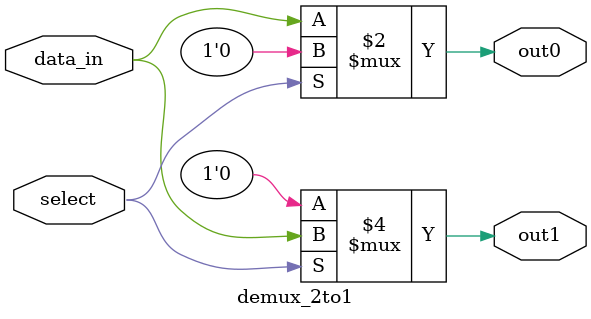
<source format=v>
module demux_2to1 (
    input wire data_in,
    input wire select,
    output wire out0,
    output wire out1
);

    assign out0 = (select == 0) ? data_in : 1'b0;
    assign out1 = (select == 1) ? data_in : 1'b0;

endmodule
</source>
